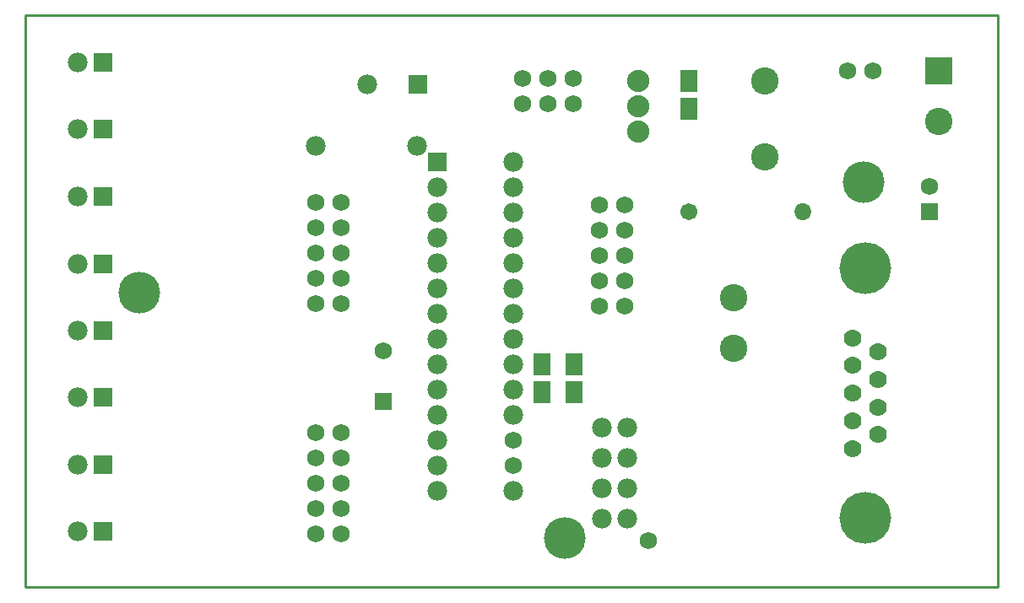
<source format=gbs>
%FSLAX23Y23*%
%MOIN*%
G70*
G01*
G75*
%ADD10C,0.012*%
%ADD11R,0.083X0.060*%
%ADD12R,0.120X0.060*%
%ADD13R,0.070X0.070*%
%ADD14O,0.080X0.024*%
%ADD15R,0.087X0.050*%
%ADD16C,0.020*%
%ADD17C,0.016*%
%ADD18C,0.018*%
%ADD19C,0.080*%
%ADD20C,0.050*%
%ADD21C,0.030*%
%ADD22C,0.040*%
%ADD23C,0.010*%
%ADD24C,0.070*%
%ADD25C,0.080*%
%ADD26C,0.100*%
%ADD27R,0.100X0.100*%
%ADD28C,0.157*%
%ADD29C,0.197*%
%ADD30C,0.062*%
%ADD31O,0.060X0.059*%
%ADD32C,0.059*%
%ADD33C,0.060*%
%ADD34R,0.060X0.060*%
%ADD35R,0.060X0.083*%
%ADD36C,0.025*%
%ADD37C,0.015*%
%ADD38C,0.011*%
%ADD39C,0.008*%
%ADD40R,0.090X0.068*%
%ADD41R,0.128X0.068*%
%ADD42R,0.078X0.078*%
%ADD43O,0.088X0.032*%
%ADD44R,0.095X0.058*%
%ADD45C,0.078*%
%ADD46C,0.088*%
%ADD47C,0.108*%
%ADD48R,0.108X0.108*%
%ADD49C,0.165*%
%ADD50C,0.205*%
%ADD51O,0.068X0.067*%
%ADD52C,0.067*%
%ADD53C,0.068*%
%ADD54R,0.068X0.068*%
%ADD55R,0.068X0.090*%
D23*
X12050Y6696D02*
Y8956D01*
X8210D02*
X12050D01*
X8210Y6696D02*
X12050D01*
X8210D02*
Y8956D01*
D24*
X11474Y7355D02*
D03*
X11574Y7300D02*
D03*
Y7409D02*
D03*
Y7518D02*
D03*
Y7627D02*
D03*
X11474Y7245D02*
D03*
Y7573D02*
D03*
Y7682D02*
D03*
Y7464D02*
D03*
D42*
X9837Y8376D02*
D03*
X9760Y8684D02*
D03*
X8516Y8771D02*
D03*
Y6916D02*
D03*
Y7975D02*
D03*
Y7181D02*
D03*
Y8241D02*
D03*
Y7446D02*
D03*
Y8506D02*
D03*
Y7711D02*
D03*
D45*
X9837Y8176D02*
D03*
Y8276D02*
D03*
X10137Y7676D02*
D03*
X9837Y7876D02*
D03*
Y7576D02*
D03*
Y8076D02*
D03*
Y7976D02*
D03*
Y7776D02*
D03*
Y7676D02*
D03*
Y7476D02*
D03*
Y7376D02*
D03*
Y7276D02*
D03*
Y7176D02*
D03*
Y7076D02*
D03*
X10137Y8376D02*
D03*
Y8276D02*
D03*
Y8176D02*
D03*
Y8076D02*
D03*
Y7976D02*
D03*
Y7876D02*
D03*
Y7776D02*
D03*
Y7576D02*
D03*
Y7476D02*
D03*
Y7376D02*
D03*
Y7076D02*
D03*
X9356Y8441D02*
D03*
X9756D02*
D03*
X9560Y8684D02*
D03*
X10587Y7326D02*
D03*
Y6966D02*
D03*
Y7206D02*
D03*
Y7086D02*
D03*
X10487Y6966D02*
D03*
X8416Y8771D02*
D03*
Y6916D02*
D03*
Y7975D02*
D03*
Y7181D02*
D03*
Y8241D02*
D03*
Y7446D02*
D03*
Y8506D02*
D03*
Y7711D02*
D03*
X10487Y7206D02*
D03*
Y7086D02*
D03*
Y7326D02*
D03*
D46*
X10630Y8496D02*
D03*
Y8596D02*
D03*
Y8696D02*
D03*
D47*
X11816Y8536D02*
D03*
X11005Y7641D02*
D03*
Y7841D02*
D03*
X11130Y8696D02*
D03*
Y8396D02*
D03*
D48*
X11816Y8736D02*
D03*
D49*
X8660Y7861D02*
D03*
X11520Y8296D02*
D03*
X10340Y6891D02*
D03*
D50*
X11524Y6972D02*
D03*
Y7956D02*
D03*
D51*
X11280Y8181D02*
D03*
D52*
X10830D02*
D03*
D53*
X10137Y7276D02*
D03*
Y7176D02*
D03*
X9357Y8016D02*
D03*
X9457Y7816D02*
D03*
X9357Y8216D02*
D03*
X9457D02*
D03*
X9357Y7816D02*
D03*
X10477Y7806D02*
D03*
X11556Y8736D02*
D03*
X10271Y8706D02*
D03*
X10477Y7906D02*
D03*
X9457Y8016D02*
D03*
Y8116D02*
D03*
X9357Y7916D02*
D03*
Y8116D02*
D03*
X9457Y7916D02*
D03*
X10477Y8006D02*
D03*
X11780Y8281D02*
D03*
X10171Y8606D02*
D03*
Y8706D02*
D03*
X10271Y8606D02*
D03*
X10371D02*
D03*
Y8706D02*
D03*
X11456Y8736D02*
D03*
X9622Y7631D02*
D03*
X10577Y8006D02*
D03*
Y8206D02*
D03*
X10477D02*
D03*
X10577Y7806D02*
D03*
Y8106D02*
D03*
Y7906D02*
D03*
X10477Y8106D02*
D03*
X9457Y7106D02*
D03*
X9357D02*
D03*
X9457Y7206D02*
D03*
X9357Y6906D02*
D03*
X9457D02*
D03*
X9357Y7306D02*
D03*
Y7006D02*
D03*
Y7206D02*
D03*
X9457Y7306D02*
D03*
Y7006D02*
D03*
X10670Y6881D02*
D03*
D54*
X9622Y7431D02*
D03*
X11780Y8181D02*
D03*
D55*
X10830Y8699D02*
D03*
Y8586D02*
D03*
X10375Y7466D02*
D03*
Y7579D02*
D03*
X10250Y7466D02*
D03*
Y7579D02*
D03*
M02*

</source>
